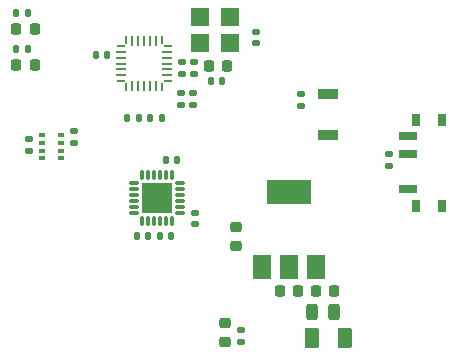
<source format=gbr>
%TF.GenerationSoftware,KiCad,Pcbnew,(6.0.7)*%
%TF.CreationDate,2023-04-20T13:52:41+01:00*%
%TF.ProjectId,BaroAxel_Brain,4261726f-4178-4656-9c5f-427261696e2e,1.0*%
%TF.SameCoordinates,Original*%
%TF.FileFunction,Paste,Top*%
%TF.FilePolarity,Positive*%
%FSLAX46Y46*%
G04 Gerber Fmt 4.6, Leading zero omitted, Abs format (unit mm)*
G04 Created by KiCad (PCBNEW (6.0.7)) date 2023-04-20 13:52:41*
%MOMM*%
%LPD*%
G01*
G04 APERTURE LIST*
G04 Aperture macros list*
%AMRoundRect*
0 Rectangle with rounded corners*
0 $1 Rounding radius*
0 $2 $3 $4 $5 $6 $7 $8 $9 X,Y pos of 4 corners*
0 Add a 4 corners polygon primitive as box body*
4,1,4,$2,$3,$4,$5,$6,$7,$8,$9,$2,$3,0*
0 Add four circle primitives for the rounded corners*
1,1,$1+$1,$2,$3*
1,1,$1+$1,$4,$5*
1,1,$1+$1,$6,$7*
1,1,$1+$1,$8,$9*
0 Add four rect primitives between the rounded corners*
20,1,$1+$1,$2,$3,$4,$5,0*
20,1,$1+$1,$4,$5,$6,$7,0*
20,1,$1+$1,$6,$7,$8,$9,0*
20,1,$1+$1,$8,$9,$2,$3,0*%
%AMOutline4P*
0 Free polygon, 4 corners , with rotation*
0 The origin of the aperture is its center*
0 number of corners: always 4*
0 $1 to $8 corner X, Y*
0 $9 Rotation angle, in degrees counterclockwise*
0 create outline with 4 corners*
4,1,4,$1,$2,$3,$4,$5,$6,$7,$8,$1,$2,$9*%
%AMFreePoly0*
4,1,14,0.230680,0.111820,0.364320,-0.021821,0.377500,-0.053642,0.377500,-0.080000,0.364320,-0.111820,0.332500,-0.125000,-0.332500,-0.125000,-0.364320,-0.111820,-0.377500,-0.080000,-0.377500,0.080000,-0.364320,0.111820,-0.332500,0.125000,0.198860,0.125000,0.230680,0.111820,0.230680,0.111820,$1*%
%AMFreePoly1*
4,1,14,0.364320,0.111820,0.377500,0.080000,0.377501,0.053640,0.364318,0.021819,0.230680,-0.111820,0.198860,-0.125000,-0.332500,-0.125000,-0.364320,-0.111820,-0.377500,-0.080000,-0.377500,0.080000,-0.364320,0.111820,-0.332500,0.125000,0.332500,0.125000,0.364320,0.111820,0.364320,0.111820,$1*%
%AMFreePoly2*
4,1,15,0.053642,0.377500,0.080000,0.377500,0.111820,0.364320,0.125000,0.332500,0.125000,-0.332500,0.111820,-0.364320,0.080000,-0.377500,-0.080000,-0.377500,-0.111820,-0.364320,-0.125000,-0.332500,-0.125000,0.198860,-0.111820,0.230680,0.021820,0.364320,0.053640,0.377501,0.053642,0.377500,0.053642,0.377500,$1*%
%AMFreePoly3*
4,1,14,-0.021820,0.364320,0.111820,0.230679,0.125000,0.198858,0.125000,-0.332500,0.111820,-0.364320,0.080000,-0.377500,-0.080000,-0.377500,-0.111820,-0.364320,-0.125000,-0.332500,-0.125000,0.332500,-0.111820,0.364320,-0.080000,0.377500,-0.053640,0.377500,-0.021820,0.364320,-0.021820,0.364320,$1*%
%AMFreePoly4*
4,1,14,0.364320,0.111820,0.377500,0.080000,0.377500,-0.080000,0.364320,-0.111820,0.332500,-0.125000,-0.198860,-0.125001,-0.230681,-0.111818,-0.364320,0.021820,-0.377500,0.053640,-0.377500,0.080000,-0.364320,0.111820,-0.332500,0.125000,0.332500,0.125000,0.364320,0.111820,0.364320,0.111820,$1*%
%AMFreePoly5*
4,1,15,-0.198858,0.125000,0.332500,0.125000,0.364320,0.111820,0.377500,0.080000,0.377500,-0.080000,0.364320,-0.111820,0.332500,-0.125000,-0.332500,-0.125000,-0.364320,-0.111820,-0.377500,-0.080000,-0.377500,-0.053640,-0.364320,-0.021820,-0.230680,0.111820,-0.198860,0.125001,-0.198858,0.125000,-0.198858,0.125000,$1*%
%AMFreePoly6*
4,1,14,0.111820,0.364320,0.125000,0.332500,0.125001,-0.198860,0.111818,-0.230681,-0.021820,-0.364320,-0.053640,-0.377500,-0.080000,-0.377500,-0.111820,-0.364320,-0.125000,-0.332500,-0.125000,0.332500,-0.111820,0.364320,-0.080000,0.377500,0.080000,0.377500,0.111820,0.364320,0.111820,0.364320,$1*%
%AMFreePoly7*
4,1,14,0.111820,0.364320,0.125000,0.332500,0.125000,-0.332500,0.111820,-0.364320,0.080000,-0.377500,0.053640,-0.377501,0.021819,-0.364318,-0.111820,-0.230680,-0.125000,-0.198860,-0.125000,0.332500,-0.111820,0.364320,-0.080000,0.377500,0.080000,0.377500,0.111820,0.364320,0.111820,0.364320,$1*%
G04 Aperture macros list end*
%ADD10RoundRect,0.135000X0.135000X0.185000X-0.135000X0.185000X-0.135000X-0.185000X0.135000X-0.185000X0*%
%ADD11FreePoly0,180.000000*%
%ADD12RoundRect,0.062500X0.375000X0.062500X-0.375000X0.062500X-0.375000X-0.062500X0.375000X-0.062500X0*%
%ADD13FreePoly1,180.000000*%
%ADD14FreePoly2,180.000000*%
%ADD15RoundRect,0.062500X0.062500X0.375000X-0.062500X0.375000X-0.062500X-0.375000X0.062500X-0.375000X0*%
%ADD16FreePoly3,180.000000*%
%ADD17FreePoly4,180.000000*%
%ADD18FreePoly5,180.000000*%
%ADD19FreePoly6,180.000000*%
%ADD20FreePoly7,180.000000*%
%ADD21RoundRect,0.140000X-0.140000X-0.170000X0.140000X-0.170000X0.140000X0.170000X-0.140000X0.170000X0*%
%ADD22RoundRect,0.135000X-0.185000X0.135000X-0.185000X-0.135000X0.185000X-0.135000X0.185000X0.135000X0*%
%ADD23R,0.500000X0.350000*%
%ADD24RoundRect,0.140000X0.140000X0.170000X-0.140000X0.170000X-0.140000X-0.170000X0.140000X-0.170000X0*%
%ADD25RoundRect,0.250000X-0.375000X-0.625000X0.375000X-0.625000X0.375000X0.625000X-0.375000X0.625000X0*%
%ADD26RoundRect,0.075000X-0.350000X-0.075000X0.350000X-0.075000X0.350000X0.075000X-0.350000X0.075000X0*%
%ADD27Outline4P,-1.250000X-1.250000X1.250000X-1.250000X1.250000X1.250000X-1.250000X1.250000X0.000000*%
%ADD28RoundRect,0.075000X0.075000X-0.350000X0.075000X0.350000X-0.075000X0.350000X-0.075000X-0.350000X0*%
%ADD29R,1.700000X0.900000*%
%ADD30R,1.600000X1.500000*%
%ADD31RoundRect,0.140000X0.170000X-0.140000X0.170000X0.140000X-0.170000X0.140000X-0.170000X-0.140000X0*%
%ADD32RoundRect,0.135000X0.185000X-0.135000X0.185000X0.135000X-0.185000X0.135000X-0.185000X-0.135000X0*%
%ADD33RoundRect,0.218750X-0.218750X-0.256250X0.218750X-0.256250X0.218750X0.256250X-0.218750X0.256250X0*%
%ADD34RoundRect,0.225000X0.225000X0.250000X-0.225000X0.250000X-0.225000X-0.250000X0.225000X-0.250000X0*%
%ADD35RoundRect,0.140000X-0.170000X0.140000X-0.170000X-0.140000X0.170000X-0.140000X0.170000X0.140000X0*%
%ADD36R,0.800000X1.000000*%
%ADD37R,1.500000X0.700000*%
%ADD38RoundRect,0.225000X-0.250000X0.225000X-0.250000X-0.225000X0.250000X-0.225000X0.250000X0.225000X0*%
%ADD39RoundRect,0.135000X-0.135000X-0.185000X0.135000X-0.185000X0.135000X0.185000X-0.135000X0.185000X0*%
%ADD40RoundRect,0.218750X0.218750X0.256250X-0.218750X0.256250X-0.218750X-0.256250X0.218750X-0.256250X0*%
%ADD41RoundRect,0.218750X0.256250X-0.218750X0.256250X0.218750X-0.256250X0.218750X-0.256250X-0.218750X0*%
%ADD42RoundRect,0.243750X-0.243750X-0.456250X0.243750X-0.456250X0.243750X0.456250X-0.243750X0.456250X0*%
%ADD43R,1.500000X2.000000*%
%ADD44R,3.800000X2.000000*%
G04 APERTURE END LIST*
D10*
%TO.C,R204*%
X136890000Y-104130000D03*
X135870000Y-104130000D03*
%TD*%
D11*
%TO.C,U201*%
X148717500Y-106830000D03*
D12*
X148657500Y-106330000D03*
X148657500Y-105830000D03*
X148657500Y-105330000D03*
X148657500Y-104830000D03*
X148657500Y-104330000D03*
D13*
X148717500Y-103830000D03*
D14*
X148220000Y-103332500D03*
D15*
X147720000Y-103392500D03*
X147220000Y-103392500D03*
X146720000Y-103392500D03*
X146220000Y-103392500D03*
X145720000Y-103392500D03*
D16*
X145220000Y-103332500D03*
D17*
X144722500Y-103830000D03*
D12*
X144782500Y-104330000D03*
X144782500Y-104830000D03*
X144782500Y-105330000D03*
X144782500Y-105830000D03*
X144782500Y-106330000D03*
D18*
X144722500Y-106830000D03*
D19*
X145220000Y-107327500D03*
D15*
X145720000Y-107267500D03*
X146220000Y-107267500D03*
X146720000Y-107267500D03*
X147220000Y-107267500D03*
X147720000Y-107267500D03*
D20*
X148220000Y-107327500D03*
%TD*%
D21*
%TO.C,C305*%
X148540000Y-113530000D03*
X149500000Y-113530000D03*
%TD*%
D22*
%TO.C,R202*%
X167410000Y-112990000D03*
X167410000Y-114010000D03*
%TD*%
D23*
%TO.C,U301*%
X139680000Y-111415000D03*
X139680000Y-112065000D03*
X139680000Y-112715000D03*
X139680000Y-113365000D03*
X138080000Y-113365000D03*
X138080000Y-112715000D03*
X138080000Y-112065000D03*
X138080000Y-111415000D03*
%TD*%
D10*
%TO.C,R205*%
X146290000Y-109930000D03*
X145270000Y-109930000D03*
%TD*%
D24*
%TO.C,C301*%
X147060000Y-119930000D03*
X146100000Y-119930000D03*
%TD*%
D25*
%TO.C,D101*%
X160950000Y-128580000D03*
X163750000Y-128580000D03*
%TD*%
D10*
%TO.C,R203*%
X136920000Y-101070000D03*
X135900000Y-101070000D03*
%TD*%
D22*
%TO.C,R201*%
X160030000Y-107940000D03*
X160030000Y-108960000D03*
%TD*%
D21*
%TO.C,C304*%
X148070000Y-119930000D03*
X149030000Y-119930000D03*
%TD*%
D26*
%TO.C,U302*%
X145870000Y-115480000D03*
D27*
X147820000Y-116730000D03*
D26*
X145870000Y-115980000D03*
X145870000Y-116480000D03*
X145870000Y-116980000D03*
X145870000Y-117480000D03*
X145870000Y-117980000D03*
D28*
X146570000Y-118680000D03*
X147070000Y-118680000D03*
X147570000Y-118680000D03*
X148070000Y-118680000D03*
X148570000Y-118680000D03*
X149070000Y-118680000D03*
D26*
X149770000Y-117980000D03*
X149770000Y-117480000D03*
X149770000Y-116980000D03*
X149770000Y-116480000D03*
X149770000Y-115980000D03*
X149770000Y-115480000D03*
D28*
X149070000Y-114780000D03*
X148570000Y-114780000D03*
X148070000Y-114780000D03*
X147570000Y-114780000D03*
X147070000Y-114780000D03*
X146570000Y-114780000D03*
%TD*%
D29*
%TO.C,SW201*%
X162260000Y-107940000D03*
X162260000Y-111340000D03*
%TD*%
D30*
%TO.C,X201*%
X153990000Y-101370000D03*
X151450000Y-101370000D03*
X151450000Y-103570000D03*
X153990000Y-103570000D03*
%TD*%
D31*
%TO.C,C303*%
X136980000Y-112710000D03*
X136980000Y-111750000D03*
%TD*%
D22*
%TO.C,R301*%
X140790000Y-111050000D03*
X140790000Y-112070000D03*
%TD*%
D32*
%TO.C,R101*%
X154890000Y-128910000D03*
X154890000Y-127890000D03*
%TD*%
D33*
%TO.C,D202*%
X135872500Y-105460000D03*
X137447500Y-105460000D03*
%TD*%
D34*
%TO.C,C101*%
X159755000Y-124620000D03*
X158205000Y-124620000D03*
%TD*%
D33*
%TO.C,D201*%
X135892500Y-102410000D03*
X137467500Y-102410000D03*
%TD*%
D35*
%TO.C,C201*%
X150870000Y-107850000D03*
X150870000Y-108810000D03*
%TD*%
D36*
%TO.C,SW202*%
X169710000Y-110080000D03*
X169710000Y-117380000D03*
X171920000Y-117380000D03*
X171920000Y-110080000D03*
D37*
X169060000Y-115980000D03*
X169060000Y-112980000D03*
X169060000Y-111480000D03*
%TD*%
D38*
%TO.C,C102*%
X154530000Y-119205000D03*
X154530000Y-120755000D03*
%TD*%
D39*
%TO.C,R206*%
X147220000Y-109930000D03*
X148240000Y-109930000D03*
%TD*%
D31*
%TO.C,C207*%
X156220000Y-103580000D03*
X156220000Y-102620000D03*
%TD*%
D24*
%TO.C,C203*%
X143590000Y-104630000D03*
X142630000Y-104630000D03*
%TD*%
D35*
%TO.C,C202*%
X149870000Y-107850000D03*
X149870000Y-108810000D03*
%TD*%
D40*
%TO.C,FB201*%
X153757500Y-105520000D03*
X152182500Y-105520000D03*
%TD*%
D41*
%TO.C,D102*%
X153530000Y-128907500D03*
X153530000Y-127332500D03*
%TD*%
D35*
%TO.C,C302*%
X151020000Y-117950000D03*
X151020000Y-118910000D03*
%TD*%
D42*
%TO.C,F101*%
X160952500Y-126380000D03*
X162827500Y-126380000D03*
%TD*%
D35*
%TO.C,C205*%
X150920000Y-105240000D03*
X150920000Y-106200000D03*
%TD*%
D40*
%TO.C,FB101*%
X162827500Y-124620000D03*
X161252500Y-124620000D03*
%TD*%
D43*
%TO.C,U101*%
X156660000Y-122540000D03*
D44*
X158960000Y-116240000D03*
D43*
X158960000Y-122540000D03*
X161260000Y-122540000D03*
%TD*%
D35*
%TO.C,C206*%
X149920000Y-105240000D03*
X149920000Y-106200000D03*
%TD*%
D24*
%TO.C,C204*%
X153350000Y-106770000D03*
X152390000Y-106770000D03*
%TD*%
M02*

</source>
